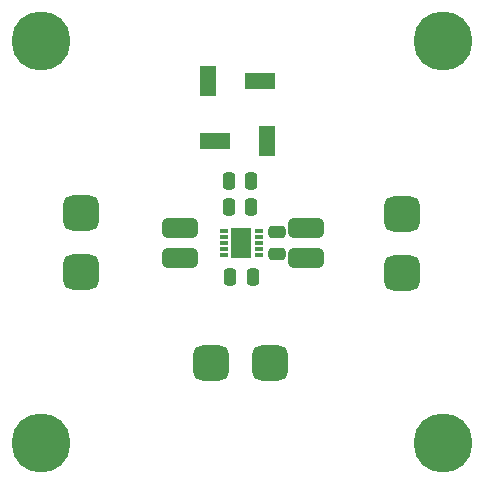
<source format=gts>
%TF.GenerationSoftware,KiCad,Pcbnew,(6.0.2)*%
%TF.CreationDate,2022-04-05T13:44:54-03:00*%
%TF.ProjectId,EM8900,454d3839-3030-42e6-9b69-6361645f7063,rev?*%
%TF.SameCoordinates,PX5f5e100PY8583b00*%
%TF.FileFunction,Soldermask,Top*%
%TF.FilePolarity,Negative*%
%FSLAX46Y46*%
G04 Gerber Fmt 4.6, Leading zero omitted, Abs format (unit mm)*
G04 Created by KiCad (PCBNEW (6.0.2)) date 2022-04-05 13:44:54*
%MOMM*%
%LPD*%
G01*
G04 APERTURE LIST*
G04 Aperture macros list*
%AMRoundRect*
0 Rectangle with rounded corners*
0 $1 Rounding radius*
0 $2 $3 $4 $5 $6 $7 $8 $9 X,Y pos of 4 corners*
0 Add a 4 corners polygon primitive as box body*
4,1,4,$2,$3,$4,$5,$6,$7,$8,$9,$2,$3,0*
0 Add four circle primitives for the rounded corners*
1,1,$1+$1,$2,$3*
1,1,$1+$1,$4,$5*
1,1,$1+$1,$6,$7*
1,1,$1+$1,$8,$9*
0 Add four rect primitives between the rounded corners*
20,1,$1+$1,$2,$3,$4,$5,0*
20,1,$1+$1,$4,$5,$6,$7,0*
20,1,$1+$1,$6,$7,$8,$9,0*
20,1,$1+$1,$8,$9,$2,$3,0*%
G04 Aperture macros list end*
%ADD10RoundRect,0.250000X-0.250000X-0.475000X0.250000X-0.475000X0.250000X0.475000X-0.250000X0.475000X0*%
%ADD11RoundRect,0.250000X0.475000X-0.250000X0.475000X0.250000X-0.475000X0.250000X-0.475000X-0.250000X0*%
%ADD12R,0.800000X0.300000*%
%ADD13R,1.800000X2.500000*%
%ADD14RoundRect,0.750000X-0.750000X0.750000X-0.750000X-0.750000X0.750000X-0.750000X0.750000X0.750000X0*%
%ADD15RoundRect,0.425000X-1.075000X-0.425000X1.075000X-0.425000X1.075000X0.425000X-1.075000X0.425000X0*%
%ADD16R,1.400000X2.600000*%
%ADD17R,2.600000X1.400000*%
%ADD18RoundRect,0.750000X0.750000X-0.750000X0.750000X0.750000X-0.750000X0.750000X-0.750000X-0.750000X0*%
%ADD19RoundRect,0.250000X0.250000X0.475000X-0.250000X0.475000X-0.250000X-0.475000X0.250000X-0.475000X0*%
%ADD20RoundRect,0.750000X0.750000X0.750000X-0.750000X0.750000X-0.750000X-0.750000X0.750000X-0.750000X0*%
%ADD21C,5.000000*%
G04 APERTURE END LIST*
D10*
X18938000Y23033000D03*
X20838000Y23033000D03*
X18938000Y25192000D03*
X20838000Y25192000D03*
D11*
X23063000Y19035000D03*
X23063000Y20935000D03*
D12*
X18500000Y21000000D03*
X18500000Y20500000D03*
X18500000Y20000000D03*
X18500000Y19500000D03*
X18500000Y19000000D03*
X21500000Y19000000D03*
X21500000Y19500000D03*
X21500000Y20000000D03*
X21500000Y20500000D03*
X21500000Y21000000D03*
D13*
X20000000Y20000000D03*
D14*
X6426000Y22525000D03*
X6426000Y17525000D03*
D15*
X14808000Y21255000D03*
X14808000Y18715000D03*
X25476000Y21255000D03*
X25476000Y18715000D03*
D16*
X22150000Y28621000D03*
D17*
X21550000Y33701000D03*
D16*
X17150000Y33701000D03*
D17*
X17750000Y28621000D03*
D18*
X33604000Y17445000D03*
X33604000Y22445000D03*
D19*
X20965000Y17064000D03*
X19065000Y17064000D03*
D20*
X22428000Y9825000D03*
X17428000Y9825000D03*
D21*
X3048000Y3048000D03*
X37084000Y37084000D03*
X3048000Y37084000D03*
X37084000Y3048000D03*
M02*

</source>
